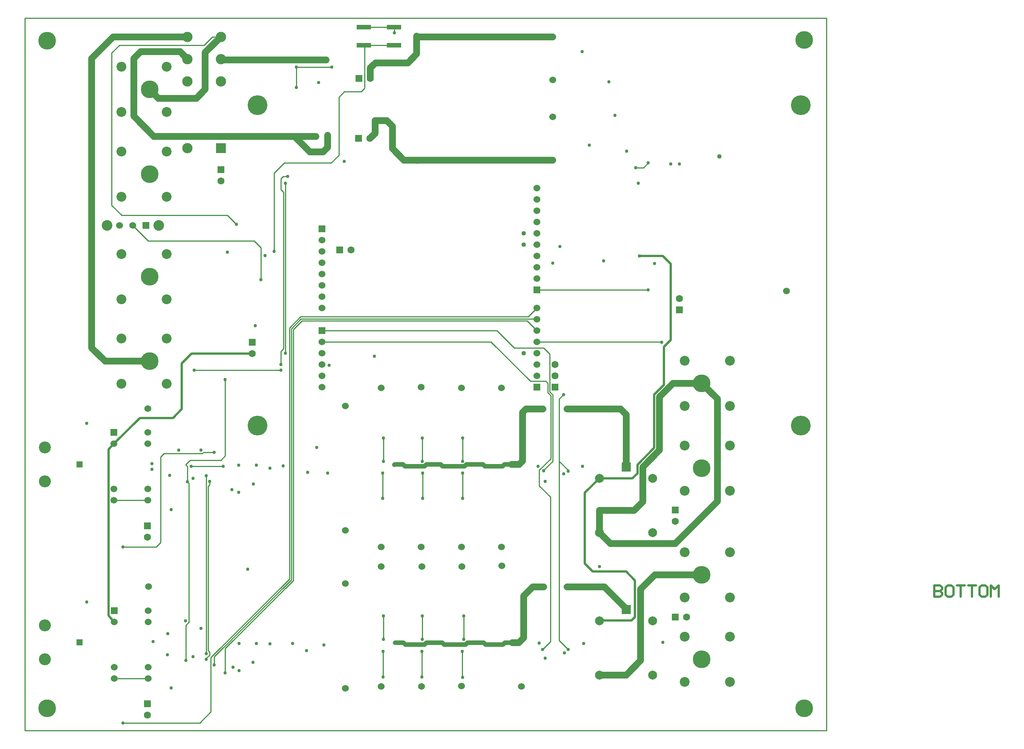
<source format=gbl>
G04*
G04 #@! TF.GenerationSoftware,Altium Limited,CircuitStudio,1.5.1 (13)*
G04*
G04 Layer_Physical_Order=4*
G04 Layer_Color=13382400*
%FSLAX23Y23*%
%MOIN*%
G70*
G01*
G75*
%ADD43C,0.010*%
%ADD44C,0.060*%
%ADD45C,0.040*%
%ADD46C,0.020*%
%ADD47C,0.157*%
%ADD48C,0.087*%
%ADD49R,0.060X0.060*%
%ADD50C,0.060*%
%ADD51C,0.175*%
%ADD52C,0.063*%
%ADD53R,0.063X0.063*%
%ADD54C,0.091*%
%ADD55R,0.091X0.091*%
%ADD56C,0.079*%
%ADD57R,0.079X0.079*%
%ADD58C,0.106*%
%ADD59R,0.056X0.056*%
%ADD60R,0.060X0.060*%
%ADD61C,0.060*%
%ADD62C,0.094*%
%ADD63R,0.063X0.063*%
%ADD64C,0.040*%
%ADD65C,0.030*%
%ADD66R,0.126X0.039*%
D43*
X6223Y5630D02*
X6299Y5706D01*
X4208Y5630D02*
X6223D01*
X4110Y5531D02*
X4208Y5630D01*
X4110Y3311D02*
Y5531D01*
X3415Y2617D02*
X4110Y3311D01*
X4127Y3304D02*
Y5524D01*
X6212Y5593D02*
X6299Y5506D01*
X4220Y5593D02*
X6212D01*
X4144Y5517D02*
X4220Y5593D01*
X4144Y3297D02*
Y5517D01*
X4213Y5610D02*
X6299D01*
X4127Y5524D02*
X4213Y5610D01*
X5035Y8189D02*
X5039D01*
X4768D02*
X5035D01*
X5039Y8140D02*
Y8189D01*
X5039Y8189D02*
X5039Y8189D01*
X4774Y8031D02*
Y8033D01*
Y7648D02*
Y8031D01*
X5035D01*
X4768D02*
X4774D01*
X4744Y7618D02*
X4774Y7648D01*
X4595Y7618D02*
X4744D01*
X4547Y7570D02*
X4595Y7618D01*
X4547Y7057D02*
Y7570D01*
X3976Y6206D02*
Y6900D01*
X4065Y6988D01*
X4478D01*
X4035Y6752D02*
Y6850D01*
X4075Y5306D02*
Y6811D01*
X4035Y6752D02*
X4058Y6729D01*
Y5346D02*
Y6729D01*
X4035Y5323D02*
X4058Y5346D01*
X4035Y5206D02*
Y5323D01*
Y6850D02*
X4055Y6870D01*
X4094D01*
X4478Y6988D02*
X4547Y7057D01*
X3563Y6526D02*
X3642Y6447D01*
X2628Y6526D02*
X3563D01*
X2539Y6614D02*
X2628Y6526D01*
X2539Y6614D02*
Y7963D01*
X2608Y8031D01*
X3356D01*
X3429Y8104D01*
X3504D01*
X4173Y7835D02*
X4484D01*
X3858Y5955D02*
Y6240D01*
X3799Y6299D02*
X3858Y6240D01*
X2863Y6299D02*
X3799D01*
X2725Y6437D02*
X2863Y6299D01*
X3374Y2650D02*
X3374Y2650D01*
X3374Y2650D02*
Y4224D01*
X3376Y2598D02*
Y2609D01*
X3404Y2637D01*
X3391Y2675D02*
X3404Y2662D01*
X3391Y4129D02*
X3404Y4142D01*
X3391Y2675D02*
Y4129D01*
X3404Y4142D02*
Y4172D01*
X3404Y2637D02*
Y2662D01*
X6299Y5866D02*
X7283D01*
X7283Y5866D01*
X2638Y2037D02*
X3317D01*
X3543Y2480D02*
Y2697D01*
X4144Y3297D01*
X6299Y5406D02*
X7399D01*
X7402Y5404D01*
X3268Y5157D02*
X4035D01*
X4075Y5306D02*
X4075Y5306D01*
X5893Y5406D02*
X6240Y5059D01*
X4399Y5406D02*
X5893D01*
X5945Y5506D02*
X6097Y5354D01*
X4399Y5506D02*
X5945D01*
X3242Y4305D02*
X3524D01*
X4173Y7657D02*
Y7835D01*
X7172Y6946D02*
X7241D01*
X7283Y6988D01*
X4934Y4023D02*
Y4245D01*
X5288Y4023D02*
Y4245D01*
X5643Y4023D02*
Y4245D01*
X5285Y4350D02*
Y4557D01*
X5640Y4350D02*
Y4557D01*
X4938Y2444D02*
Y2670D01*
X5282D02*
X5285Y2667D01*
X5282Y2444D02*
Y2670D01*
X5637Y2444D02*
X5640Y2441D01*
X5637Y2444D02*
Y2670D01*
X4941Y2776D02*
Y2982D01*
X5285Y2776D02*
Y2982D01*
X5650Y2776D02*
Y2982D01*
X3194Y2899D02*
X3223Y2928D01*
Y4153D01*
X3543Y4399D02*
Y5073D01*
X3504Y4360D02*
X3543Y4399D01*
X3232Y4360D02*
X3504D01*
X3193Y4321D02*
X3232Y4360D01*
X3317Y2037D02*
X3415Y2136D01*
X3445Y2549D02*
Y2622D01*
X3415Y2136D02*
Y2536D01*
X3415Y2537D02*
X3415Y2536D01*
X3415Y2537D02*
Y2617D01*
X3445Y2622D02*
X4127Y3304D01*
X2563Y2431D02*
X2863D01*
X2972Y4390D02*
X3001Y4419D01*
X2972Y3632D02*
Y4390D01*
X2933Y3593D02*
X2972Y3632D01*
X2638Y3593D02*
X2933D01*
X2559Y4006D02*
X2859D01*
X3350Y4429D02*
X3445D01*
X3339Y4419D02*
X3350Y4429D01*
X3001Y4419D02*
X3339D01*
X3193Y4321D02*
X3207Y4307D01*
Y4169D02*
Y4307D01*
Y4169D02*
X3223Y4153D01*
X3194Y2589D02*
Y2899D01*
X6097Y5354D02*
X6358D01*
X6413Y5299D01*
Y4963D02*
Y5299D01*
Y4963D02*
X6437Y4939D01*
Y4350D02*
Y4939D01*
X6358Y4272D02*
X6437Y4350D01*
X6240Y5059D02*
X6378D01*
X6396Y5041D01*
Y4956D02*
Y5041D01*
Y4956D02*
X6420Y4932D01*
Y4373D02*
Y4932D01*
X6496Y4902D02*
X6535Y4941D01*
X6496Y4351D02*
Y4902D01*
Y4351D02*
X6575Y4272D01*
Y4262D02*
Y4272D01*
X6319Y4272D02*
X6420Y4373D01*
X6319Y4134D02*
Y4272D01*
Y4134D02*
X6417Y4035D01*
Y2756D02*
Y4035D01*
X6348Y2687D02*
X6417Y2756D01*
X6496Y2766D02*
Y4351D01*
Y2766D02*
X6575Y2687D01*
X4941Y4350D02*
Y4557D01*
X1772Y8268D02*
X8858D01*
Y1969D02*
Y8268D01*
X1772Y1969D02*
Y8268D01*
Y1969D02*
X8858D01*
D44*
X4291Y7900D02*
X4436D01*
X4232D02*
X4291D01*
X4124D02*
X4232D01*
X5783Y7014D02*
X6437D01*
X5122D02*
X5783D01*
X5020Y7116D02*
X5122Y7014D01*
X5020Y7116D02*
Y7313D01*
X4970Y7362D02*
X5020Y7313D01*
X4869Y7362D02*
X4970D01*
X4869Y7250D02*
Y7362D01*
X4823Y7205D02*
X4869Y7250D01*
X5787Y8104D02*
X6437D01*
X5787Y8104D02*
X5787Y8104D01*
X5236Y8104D02*
X5787D01*
X5236Y7953D02*
Y8110D01*
X5157Y7874D02*
X5236Y7953D01*
X4870Y7874D02*
X5157D01*
X4824Y7828D02*
X4870Y7874D01*
X4824Y7736D02*
Y7828D01*
X3504Y7900D02*
X4121D01*
X3366Y7967D02*
X3504Y8104D01*
X3366Y7638D02*
Y7967D01*
X3287Y7559D02*
X3366Y7638D01*
X2953Y7559D02*
X3287D01*
X2874Y7638D02*
X2953Y7559D01*
X4449Y7126D02*
Y7234D01*
X4409Y7087D02*
X4449Y7126D01*
X4291Y7087D02*
X4409D01*
X4154Y7224D02*
X4291Y7087D01*
X2913Y7224D02*
X4344D01*
X2736Y7402D02*
X2913Y7224D01*
X2736Y7402D02*
Y7913D01*
X2795Y7972D01*
X3144D01*
X3209Y7907D01*
X2553Y8104D02*
X3209D01*
X2362Y7913D02*
X2553Y8104D01*
X2362Y5354D02*
Y7913D01*
Y5354D02*
X2480Y5236D01*
X2874D01*
X7343Y3346D02*
X7756D01*
X7215Y3219D02*
X7343Y3346D01*
X7215Y2589D02*
Y3219D01*
X7087Y2461D02*
X7215Y2589D01*
X6850Y2461D02*
X7087D01*
X7500Y5039D02*
X7756D01*
X7382Y4921D02*
X7500Y5039D01*
X6851Y3917D02*
X7158D01*
X7234Y3993D01*
Y4301D01*
X7382Y4449D01*
X6851Y3720D02*
Y3917D01*
X7382Y4449D02*
Y4449D01*
Y4921D01*
X6851Y3720D02*
X6949Y3622D01*
X7520D01*
X7894Y3996D01*
Y4902D01*
X7756Y5039D02*
X7894Y4902D01*
X7087Y4301D02*
Y4764D01*
X7037Y4813D02*
X7087Y4764D01*
X6565Y4813D02*
X7037D01*
X6894Y3238D02*
X7087Y3046D01*
X6566Y3238D02*
X6894D01*
X6075Y4323D02*
X6142D01*
X6171Y4352D01*
Y4783D01*
X6201Y4813D01*
X6083Y2746D02*
X6139D01*
X6181Y2788D01*
Y3159D01*
X6260Y3238D01*
X6358D01*
X6201Y4813D02*
X6352D01*
D45*
X5449Y4322D02*
X5465Y4305D01*
X5658D01*
X5675Y4322D01*
X5823D01*
X5839Y4306D01*
X5995D01*
X6012Y4322D01*
X6073D01*
X5131Y4305D02*
X5304D01*
X5321Y4322D01*
X5449D01*
X5039Y4321D02*
X5041Y4322D01*
X5114D01*
X5131Y4305D01*
X5044Y2747D02*
X5118D01*
X5135Y2731D01*
X5304D01*
X5321Y2747D01*
X5461D01*
X5478Y2731D01*
X5668D01*
X5685Y2747D01*
X5827D01*
X5844Y2731D01*
X5999D01*
X6015Y2746D01*
X6079D01*
D46*
X2510Y2985D02*
X2563Y2931D01*
X2510Y2985D02*
Y4457D01*
X2559Y4506D01*
X3246Y5304D02*
X3780D01*
X3159Y5217D02*
X3246Y5304D01*
X3159Y4813D02*
Y5217D01*
X3081Y4734D02*
X3159Y4813D01*
X2787Y4734D02*
X3081D01*
X2559Y4506D02*
X2787Y4734D01*
X7421Y5364D02*
X7480Y5423D01*
Y6097D01*
X7411Y6166D02*
X7480Y6097D01*
X7204Y6166D02*
X7411D01*
X7421Y5027D02*
Y5364D01*
X7335Y4941D02*
X7421Y5027D01*
X7335Y4468D02*
Y4941D01*
X7187Y4321D02*
X7335Y4468D01*
X7187Y4244D02*
Y4321D01*
X7142Y4199D02*
X7187Y4244D01*
X6722Y4073D02*
X6850Y4201D01*
X6722Y3445D02*
Y4073D01*
Y3445D02*
X6791Y3376D01*
X7087D01*
X7165Y3297D01*
Y2972D02*
Y3297D01*
X7136Y2943D02*
X7165Y2972D01*
X6852Y2943D02*
X7136D01*
X6850Y4199D02*
X7142D01*
X9813Y3252D02*
Y3152D01*
X9863D01*
X9880Y3169D01*
Y3185D01*
X9863Y3202D01*
X9813D01*
X9863D01*
X9880Y3219D01*
Y3235D01*
X9863Y3252D01*
X9813D01*
X9963D02*
X9930D01*
X9913Y3235D01*
Y3169D01*
X9930Y3152D01*
X9963D01*
X9980Y3169D01*
Y3235D01*
X9963Y3252D01*
X10013D02*
X10080D01*
X10046D01*
Y3152D01*
X10113Y3252D02*
X10180D01*
X10146D01*
Y3152D01*
X10263Y3252D02*
X10230D01*
X10213Y3235D01*
Y3169D01*
X10230Y3152D01*
X10263D01*
X10280Y3169D01*
Y3235D01*
X10263Y3252D01*
X10313Y3152D02*
Y3252D01*
X10346Y3219D01*
X10380Y3252D01*
Y3152D01*
D47*
X7756Y4291D02*
D03*
X7756Y5039D02*
D03*
X1969Y8071D02*
D03*
X8661Y8075D02*
D03*
Y2165D02*
D03*
X1969D02*
D03*
X7756Y3346D02*
D03*
X2874Y7638D02*
D03*
Y6890D02*
D03*
X2874Y5984D02*
D03*
X2874Y5236D02*
D03*
X7756Y2598D02*
D03*
D48*
X7606Y4491D02*
D03*
Y4091D02*
D03*
X8006Y4491D02*
D03*
Y4091D02*
D03*
X8006Y4839D02*
D03*
Y5239D02*
D03*
X7606Y4839D02*
D03*
Y5239D02*
D03*
X8006Y3146D02*
D03*
Y3546D02*
D03*
X7606Y3146D02*
D03*
Y3546D02*
D03*
X2624Y7838D02*
D03*
Y7438D02*
D03*
X3024Y7838D02*
D03*
Y7438D02*
D03*
Y6690D02*
D03*
Y7090D02*
D03*
X2624Y6690D02*
D03*
Y7090D02*
D03*
X2624Y6184D02*
D03*
Y5784D02*
D03*
X3024Y6184D02*
D03*
Y5784D02*
D03*
X3024Y5036D02*
D03*
Y5436D02*
D03*
X2624Y5036D02*
D03*
Y5436D02*
D03*
X7606Y2798D02*
D03*
Y2398D02*
D03*
X8006Y2798D02*
D03*
Y2398D02*
D03*
D49*
X4399Y5506D02*
D03*
Y6406D02*
D03*
X6299Y5006D02*
D03*
Y5866D02*
D03*
X2559Y4606D02*
D03*
X2563Y3031D02*
D03*
D50*
X4399Y5406D02*
D03*
Y5306D02*
D03*
Y5206D02*
D03*
Y5106D02*
D03*
Y5006D02*
D03*
Y6306D02*
D03*
Y6206D02*
D03*
Y6106D02*
D03*
Y6006D02*
D03*
Y5906D02*
D03*
Y5806D02*
D03*
Y5706D02*
D03*
X6299Y5106D02*
D03*
Y5206D02*
D03*
Y5306D02*
D03*
Y5406D02*
D03*
Y5506D02*
D03*
Y5606D02*
D03*
Y5706D02*
D03*
Y5966D02*
D03*
Y6066D02*
D03*
Y6166D02*
D03*
Y6266D02*
D03*
Y6366D02*
D03*
Y6466D02*
D03*
Y6566D02*
D03*
Y6666D02*
D03*
Y6766D02*
D03*
X2859Y4606D02*
D03*
Y4506D02*
D03*
Y4106D02*
D03*
Y4006D02*
D03*
X2559D02*
D03*
Y4106D02*
D03*
Y4506D02*
D03*
X2563Y2931D02*
D03*
Y2531D02*
D03*
Y2431D02*
D03*
X2863D02*
D03*
Y2531D02*
D03*
Y2931D02*
D03*
Y3031D02*
D03*
X4606Y2343D02*
D03*
X4921Y2361D02*
D03*
X5277D02*
D03*
X5630Y2362D02*
D03*
X6161Y2358D02*
D03*
X6437Y7396D02*
D03*
X6437Y7722D02*
D03*
Y8104D02*
D03*
X6437Y7014D02*
D03*
X4606Y4839D02*
D03*
X5984Y5000D02*
D03*
X5630D02*
D03*
X5276Y5006D02*
D03*
X4921Y5000D02*
D03*
X4606Y3268D02*
D03*
X4921Y3421D02*
D03*
X5280D02*
D03*
X5634D02*
D03*
X5989Y3425D02*
D03*
X4606Y3740D02*
D03*
X5984Y3593D02*
D03*
X5630Y3593D02*
D03*
X5276Y3593D02*
D03*
X4921Y3593D02*
D03*
X8504Y5856D02*
D03*
X2859Y4817D02*
D03*
X2864Y3243D02*
D03*
X6565Y4813D02*
D03*
X6566Y3238D02*
D03*
X6352Y4813D02*
D03*
X6358Y3238D02*
D03*
X4870Y7874D02*
D03*
X5236Y8104D02*
D03*
X5787Y8104D02*
D03*
X4869Y7362D02*
D03*
X5239Y7008D02*
D03*
X5787Y7014D02*
D03*
X6339Y7014D02*
D03*
D51*
X3828Y4666D02*
D03*
X8631D02*
D03*
X3828Y7500D02*
D03*
X8631D02*
D03*
D52*
X7559Y5789D02*
D03*
X3504Y6831D02*
D03*
X6457Y5106D02*
D03*
Y5206D02*
D03*
X4824Y7736D02*
D03*
X2854Y3681D02*
D03*
Y2106D02*
D03*
X3780Y5304D02*
D03*
X4656Y6220D02*
D03*
X4823Y7205D02*
D03*
X7520Y3819D02*
D03*
X7620Y2972D02*
D03*
D53*
X7559Y5689D02*
D03*
X3504Y6931D02*
D03*
X6457Y5006D02*
D03*
X2854Y3781D02*
D03*
Y2206D02*
D03*
X3780Y5404D02*
D03*
X7520Y3919D02*
D03*
D54*
X3504Y8104D02*
D03*
X3209D02*
D03*
X3504Y7907D02*
D03*
X3209D02*
D03*
Y7120D02*
D03*
X3504Y7711D02*
D03*
X3209D02*
D03*
D55*
X3504Y7120D02*
D03*
D56*
X7323Y2941D02*
D03*
Y2461D02*
D03*
X6850D02*
D03*
Y2941D02*
D03*
X7323Y4201D02*
D03*
Y3720D02*
D03*
X6850D02*
D03*
Y4201D02*
D03*
D57*
X7087Y3041D02*
D03*
Y4301D02*
D03*
D58*
X1949Y2598D02*
D03*
Y2898D02*
D03*
Y4472D02*
D03*
Y4173D02*
D03*
D59*
X2256Y2748D02*
D03*
Y4323D02*
D03*
D60*
X2843Y6437D02*
D03*
D61*
X2725D02*
D03*
X2607D02*
D03*
D62*
X2954D02*
D03*
X2497D02*
D03*
D63*
X4724Y7736D02*
D03*
X4556Y6220D02*
D03*
X4723Y7205D02*
D03*
X7520Y2972D02*
D03*
D64*
X7913Y7047D02*
D03*
X6181Y5306D02*
D03*
Y6266D02*
D03*
Y6366D02*
D03*
D65*
X4232Y7900D02*
D03*
X4449Y7136D02*
D03*
X3120Y7972D02*
D03*
X4252Y7224D02*
D03*
X4301D02*
D03*
X5039Y8140D02*
D03*
X4291Y7900D02*
D03*
X3927D02*
D03*
X3976D02*
D03*
X3163Y7953D02*
D03*
X4449Y7185D02*
D03*
X4075Y6811D02*
D03*
X4094Y6870D02*
D03*
X3666Y2500D02*
D03*
X4484Y7835D02*
D03*
X3976Y6206D02*
D03*
X3374Y2650D02*
D03*
X3374Y4224D02*
D03*
X3376Y2598D02*
D03*
X3405Y4173D02*
D03*
X2638Y3593D02*
D03*
X3445Y4429D02*
D03*
X7283Y5866D02*
D03*
X2638Y2037D02*
D03*
X3543Y2480D02*
D03*
X7402Y5404D02*
D03*
X3268Y5157D02*
D03*
X4035D02*
D03*
Y5206D02*
D03*
X4075Y5306D02*
D03*
X6358Y4266D02*
D03*
X3242Y4305D02*
D03*
X3524D02*
D03*
X4173Y7657D02*
D03*
Y7835D02*
D03*
X7172Y6946D02*
D03*
X7283Y6988D02*
D03*
X4934Y4245D02*
D03*
Y4023D02*
D03*
X5288Y4245D02*
D03*
Y4023D02*
D03*
X5643Y4245D02*
D03*
Y4023D02*
D03*
X4941Y4557D02*
D03*
X5285D02*
D03*
Y4350D02*
D03*
X5640Y4557D02*
D03*
Y4350D02*
D03*
X4938Y2670D02*
D03*
Y2444D02*
D03*
X5282Y2670D02*
D03*
Y2444D02*
D03*
X5640Y2441D02*
D03*
X5637Y2670D02*
D03*
X4941Y2982D02*
D03*
Y2776D02*
D03*
X5285Y2982D02*
D03*
Y2776D02*
D03*
X5650Y2982D02*
D03*
Y2776D02*
D03*
X3642Y6447D02*
D03*
X4138Y2740D02*
D03*
X3666Y2740D02*
D03*
X3036Y2825D02*
D03*
X3193Y2940D02*
D03*
X7204Y6166D02*
D03*
X6439Y6102D02*
D03*
X3543Y5073D02*
D03*
X7337Y6100D02*
D03*
X6501Y6250D02*
D03*
X6988Y7411D02*
D03*
X7093Y7093D02*
D03*
X7559Y6979D02*
D03*
X7195Y6811D02*
D03*
X6935Y7707D02*
D03*
X6697Y7973D02*
D03*
X4369Y7701D02*
D03*
X3896Y6171D02*
D03*
X4862Y5279D02*
D03*
X4460Y5198D02*
D03*
X2318Y4685D02*
D03*
X3066Y3922D02*
D03*
X3258Y4199D02*
D03*
X3602Y4101D02*
D03*
X3819Y4317D02*
D03*
X3740Y3396D02*
D03*
X3327Y2874D02*
D03*
X2904Y2756D02*
D03*
X3066Y2347D02*
D03*
X3258Y2624D02*
D03*
X3445Y2549D02*
D03*
X3612Y2531D02*
D03*
X3789Y2573D02*
D03*
X3819Y2740D02*
D03*
X4261Y2677D02*
D03*
X2318Y3106D02*
D03*
X7411Y2749D02*
D03*
X6370Y2608D02*
D03*
X6713Y2740D02*
D03*
X6575Y2687D02*
D03*
X6540Y2657D02*
D03*
X6319Y2742D02*
D03*
X6850Y3421D02*
D03*
X6575Y4262D02*
D03*
X6309Y4306D02*
D03*
X6371Y4173D02*
D03*
X6703Y4306D02*
D03*
X6535Y4238D02*
D03*
X4595Y7002D02*
D03*
X4350Y4472D02*
D03*
X3661Y4075D02*
D03*
X3937Y4291D02*
D03*
X7480Y6979D02*
D03*
X3661Y4317D02*
D03*
X4449Y4245D02*
D03*
X3563Y6201D02*
D03*
X6762Y7146D02*
D03*
X3130Y4449D02*
D03*
X3327D02*
D03*
X4272Y4252D02*
D03*
X3793Y4148D02*
D03*
X3207Y4169D02*
D03*
X3031Y2638D02*
D03*
X3194Y2589D02*
D03*
X4414Y2726D02*
D03*
X3809Y5551D02*
D03*
X3858Y5955D02*
D03*
X2894Y4281D02*
D03*
X2894Y4331D02*
D03*
X3051Y4225D02*
D03*
X6888Y6122D02*
D03*
X4055Y4311D02*
D03*
X3937Y2736D02*
D03*
X6535Y4941D02*
D03*
X6348Y2687D02*
D03*
X4941Y4350D02*
D03*
X5039Y4321D02*
D03*
X5366D02*
D03*
X5720Y4322D02*
D03*
X6075Y4321D02*
D03*
X5044Y2747D02*
D03*
X5371Y2746D02*
D03*
X5725D02*
D03*
X6079D02*
D03*
D66*
X5035Y8189D02*
D03*
X4768D02*
D03*
Y8031D02*
D03*
X5035D02*
D03*
M02*

</source>
